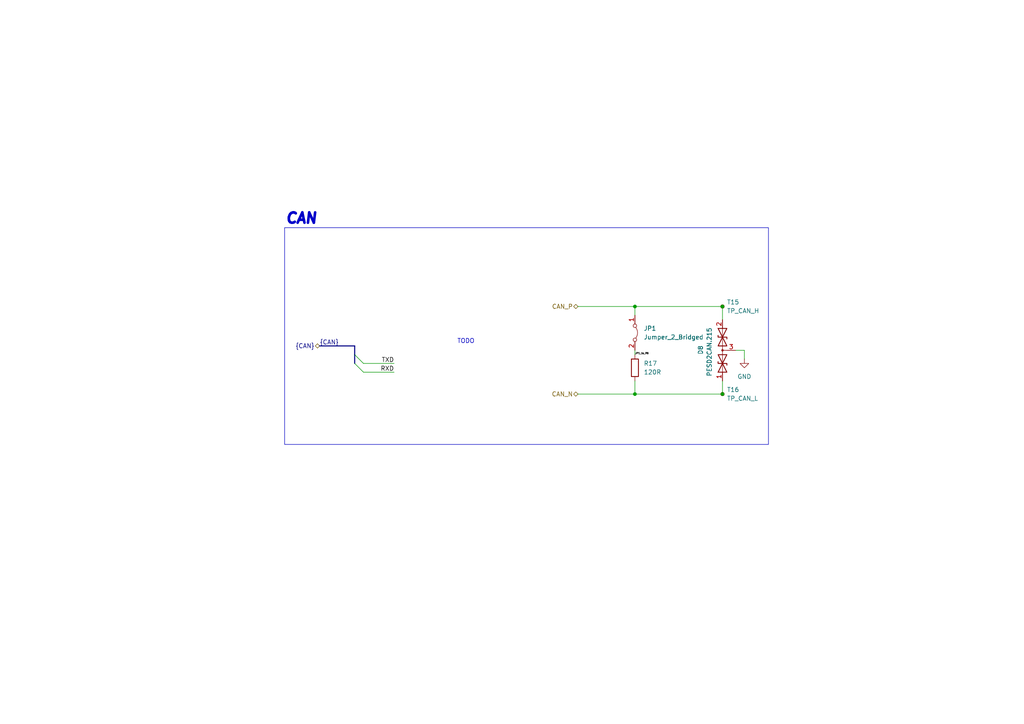
<source format=kicad_sch>
(kicad_sch (version 20250114) (generator "eeschema") (generator_version "9.0")
  (paper "A4")
  (lib_symbols
    (symbol "BMS_LV_2022-rescue:D_TVS_x2_AAC-Device" (pin_names (offset 1.016) (hide yes))
      (property "Reference" "D" (at 0 4.445 0))
      (property "Value" "Device_D_TVS_x2_AAC" (at 0 2.54 0))
      (symbol "D_TVS_x2_AAC-Device_0_0"
        (polyline (pts (xy 0 -1.27) (xy 0 0)))
      )
      (symbol "D_TVS_x2_AAC-Device_0_1"
        (polyline (pts (xy -6.35 1.27) (xy -1.27 -1.27) (xy -1.27 1.27) (xy -6.35 -1.27) (xy -6.35 1.27)) (stroke (width 0.254)))
        (polyline (pts (xy -6.35 0) (xy 6.35 0)))
        (polyline (pts (xy -3.302 1.27) (xy -3.81 1.27) (xy -3.81 -1.27) (xy -4.318 -1.27)) (stroke (width 0.254)))
        (circle (center 0 0) (radius 0.254) (fill (type outline)))
        (polyline (pts (xy 4.318 1.27) (xy 3.81 1.27) (xy 3.81 -1.27) (xy 3.302 -1.27)) (stroke (width 0.254)))
        (polyline (pts (xy 6.35 1.27) (xy 1.27 -1.27) (xy 1.27 1.27) (xy 6.35 -1.27) (xy 6.35 1.27)) (stroke (width 0.254)))
      )
      (symbol "D_TVS_x2_AAC-Device_1_1"
        (pin passive line (at -8.89 0 0) (length 2.54) (name "A1") (number "1"))
        (pin input line (at 0 -3.81 90) (length 2.54) (name "common") (number "3"))
        (pin passive line (at 8.89 0 180) (length 2.54) (name "A2") (number "2"))
      )
    )
    (symbol "Connector:TestPoint_Small" (pin_numbers (hide yes)) (pin_names (offset 0.762) (hide yes))
      (property "Reference" "TP" (at 0 3.81 0))
      (property "Value" "TestPoint_Small" (at 0 2.032 0))
      (symbol "TestPoint_Small_0_1"
        (circle (center 0 0) (radius 0.508))
      )
      (symbol "TestPoint_Small_1_1"
        (pin passive line (at 0 0 90) (length 0) (name "1") (number "1"))
      )
    )
    (symbol "Device:R" (pin_numbers (hide yes)) (pin_names (offset 0))
      (property "Reference" "R" (at 2.032 0 90))
      (property "Value" "R" (at 0 0 90))
      (symbol "R_0_1"
        (rectangle (start -1.016 -2.54) (end 1.016 2.54) (stroke (width 0.254)))
      )
      (symbol "R_1_1"
        (pin passive line (at 0 3.81 270) (length 1.27) (name "~") (number "1"))
        (pin passive line (at 0 -3.81 90) (length 1.27) (name "~") (number "2"))
      )
    )
    (symbol "GND_1" (power) (pin_numbers (hide yes)) (pin_names (offset 0) (hide yes))
      (property "Value" "GND" (at 0 -3.81 0))
      (symbol "GND_1_0_1"
        (polyline (pts (xy 0 0) (xy 0 -1.27) (xy 1.27 -1.27) (xy 0 -2.54) (xy -1.27 -1.27) (xy 0 -1.27)))
      )
      (symbol "GND_1_1_1"
        (pin power_in line (at 0 0 270) (length 0) (name "~") (number "1"))
      )
    )
    (symbol "Jumper:Jumper_2_Bridged" (pin_names (offset 0) (hide yes))
      (property "Reference" "JP" (at 0 1.905 0))
      (property "Value" "Jumper_2_Bridged" (at 0 -2.54 0))
      (symbol "Jumper_2_Bridged_0_0"
        (circle (center -2.032 0) (radius 0.508))
        (circle (center 2.032 0) (radius 0.508))
      )
      (symbol "Jumper_2_Bridged_0_1"
        (arc (start -1.524 0.254) (mid 0 0.762) (end 1.524 0.254))
      )
      (symbol "Jumper_2_Bridged_1_1"
        (pin passive line (at -5.08 0 0) (length 2.54) (name "A") (number "1"))
        (pin passive line (at 5.08 0 180) (length 2.54) (name "B") (number "2"))
      )
    )
  )
  (rectangle (start 82.55 66.04) (end 222.885 128.905))
  (text "CAN" (at 82.55 63.5 0) (effects (font (size 3 3) (thickness 2) (bold yes) (italic yes)) (justify left)))
  (text "TODO" (at 135.128 99.06 0) (effects (font (size 1.27 1.27))))
  (junction (at 184.15 114.3))
  (junction (at 209.55 114.3))
  (junction (at 209.55 88.9))
  (junction (at 184.15 88.9))
  (bus_entry (at 105.41 107.95) (size -2.54 -2.54))
  (bus_entry (at 105.41 105.41) (size -2.54 -2.54))
  (wire (pts (xy 215.9 101.6) (xy 213.36 101.6)))
  (bus (pts (xy 102.87 100.33) (xy 102.87 102.87)))
  (wire (pts (xy 184.15 114.3) (xy 209.55 114.3)))
  (wire (pts (xy 209.55 110.49) (xy 209.55 114.3)))
  (wire (pts (xy 184.15 101.6) (xy 184.15 102.87)))
  (bus (pts (xy 102.87 100.33) (xy 92.71 100.33)))
  (wire (pts (xy 105.41 105.41) (xy 114.3 105.41)))
  (wire (pts (xy 184.15 88.9) (xy 184.15 91.44)))
  (wire (pts (xy 167.64 88.9) (xy 184.15 88.9)))
  (wire (pts (xy 167.64 114.3) (xy 184.15 114.3)))
  (wire (pts (xy 184.15 88.9) (xy 209.55 88.9)))
  (wire (pts (xy 184.15 110.49) (xy 184.15 114.3)))
  (wire (pts (xy 209.55 88.9) (xy 209.55 92.71)))
  (wire (pts (xy 215.9 104.14) (xy 215.9 101.6)))
  (wire (pts (xy 105.41 107.95) (xy 114.3 107.95)))
  (bus (pts (xy 102.87 102.87) (xy 102.87 105.41)))
  (label "TXD" (at 114.3 105.41 180))
  (label "RXD" (at 114.3 107.95 180))
  (label "JP1_to_R6" (at 184.15 102.87 0) (effects (font (size 0.508 0.508))))
  (label "{CAN}" (at 92.71 100.33 0))
  (hierarchical_label "CAN_P" (shape bidirectional) (at 167.64 88.9 180))
  (hierarchical_label "{CAN}" (shape bidirectional) (at 92.71 100.33 180))
  (hierarchical_label "CAN_N" (shape bidirectional) (at 167.64 114.3 180))
  (symbol (lib_id "Device:R") (at 184.15 106.68 0) (unit 1)
    (property "Reference" "R17" (at 186.69 105.4099 0) (effects (justify left)))
    (property "Value" "120R" (at 186.69 107.9499 0) (effects (justify left)))
    (property "Footprint" "Resistor_SMD:R_0603_1608Metric_Pad0.98x0.95mm_HandSolder" (effects (hide yes)))
    (property "Datasheet" "https://www.rohm.com/datasheet?p=SFR03EZPJ&dist=Mouser&media=referral&source=mouser.com&campaign=Mouser" (effects (hide yes)))
    (property "m" "RK73H1JTTD1200F" (effects (hide yes)))
    (property "Mouser Price/Stock" "https://www.mouser.pl/ProductDetail/ROHM-Semiconductor/SFR03EZPJ121?qs=sGAEpiMZZMtlubZbdhIBIONtIqra%2FA5Y7zXrig9MQT8%3D" (effects (hide yes)))
  )
  (symbol (lib_id "Connector:TestPoint_Small") (at 209.55 114.3 0) (unit 1)
    (property "Reference" "T16" (at 210.82 113.0299 0) (effects (justify left)))
    (property "Value" "TP_CAN_L" (at 210.82 115.5699 0) (effects (justify left)))
    (property "Footprint" "TestPoint:TestPoint_Pad_1.0x1.0mm" (effects (hide yes)))
    (property "Description" "test point" (effects (hide yes)))
  )
  (symbol (lib_id "Jumper:Jumper_2_Bridged") (at 184.15 96.52 270) (unit 1)
    (property "Reference" "JP1" (at 186.69 95.25 90) (effects (justify left)))
    (property "Value" "Jumper_2_Bridged" (at 186.69 97.79 90) (effects (justify left)))
    (property "Footprint" "Connector_PinHeader_2.54mm:PinHeader_1x02_P2.54mm_Vertical" (effects (hide yes)))
  )
  (symbol (lib_id "Connector:TestPoint_Small") (at 209.55 88.9 0) (unit 1)
    (property "Reference" "T15" (at 210.82 87.6299 0) (effects (justify left)))
    (property "Value" "TP_CAN_H" (at 210.82 90.1699 0) (effects (justify left)))
    (property "Footprint" "TestPoint:TestPoint_Pad_1.0x1.0mm" (effects (hide yes)))
    (property "Description" "test point" (effects (hide yes)))
  )
  (symbol (lib_id "BMS_LV_2022-rescue:D_TVS_x2_AAC-Device") (at 209.55 101.6 90) (unit 1)
    (property "Reference" "D8" (at 203.2 102.87 0) (effects (justify left)))
    (property "Value" "PESD2CAN.215" (at 205.74 109.22 0) (effects (justify left)))
    (property "Footprint" "Package_TO_SOT_SMD:SOT-23-3" (effects (hide yes)))
    (property "Datasheet" "https://assets.nexperia.com/documents/data-sheet/PESD2CAN.pdf" (effects (hide yes)))
    (property "Mouser Price/Stock" "https://www.mouser.pl/ProductDetail/Nexperia/PESD2CAN215?qs=LOCUfHb8d9sqg7TaLUP2JQ%3D%3D" (effects (hide yes)))
  )
  (symbol (lib_name "GND_1") (lib_id "power:GND") (at 215.9 104.14 0) (unit 1)
    (property "Reference" "#PWR039" (effects (hide yes)))
    (property "Value" "GND" (at 215.9 109.22 0))
    (property "Description" "Power symbol creates a global label with name \"GND\" , ground" (effects (hide yes)))
  )
)
</source>
